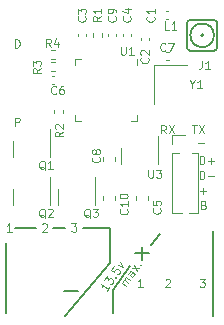
<source format=gbr>
%TF.GenerationSoftware,KiCad,Pcbnew,(6.0.9-0)*%
%TF.CreationDate,2023-01-16T20:49:34+01:00*%
%TF.ProjectId,ray2,72617932-2e6b-4696-9361-645f70636258,rev?*%
%TF.SameCoordinates,Original*%
%TF.FileFunction,Legend,Top*%
%TF.FilePolarity,Positive*%
%FSLAX46Y46*%
G04 Gerber Fmt 4.6, Leading zero omitted, Abs format (unit mm)*
G04 Created by KiCad (PCBNEW (6.0.9-0)) date 2023-01-16 20:49:34*
%MOMM*%
%LPD*%
G01*
G04 APERTURE LIST*
%ADD10C,0.120000*%
%ADD11C,0.150000*%
%ADD12C,0.200000*%
G04 APERTURE END LIST*
D10*
X140481587Y-117505659D02*
X140252156Y-117833320D01*
X140366872Y-117669489D02*
X139793465Y-117267986D01*
X139837142Y-117379954D01*
X139853514Y-117472802D01*
X139842580Y-117546531D01*
X140042015Y-116913020D02*
X140290565Y-116558054D01*
X140375171Y-116902143D01*
X140432528Y-116820228D01*
X140498072Y-116784737D01*
X140544496Y-116776551D01*
X140618226Y-116787485D01*
X140754751Y-116883081D01*
X140790242Y-116948624D01*
X140798428Y-116995048D01*
X140787494Y-117068778D01*
X140672779Y-117232608D01*
X140607236Y-117268099D01*
X140560811Y-117276285D01*
X140981434Y-116675573D02*
X141027858Y-116667388D01*
X141036044Y-116713812D01*
X140989620Y-116721998D01*
X140981434Y-116675573D01*
X141036044Y-116713812D01*
X140845022Y-115766207D02*
X140653830Y-116039258D01*
X140907761Y-116257755D01*
X140899575Y-116211331D01*
X140910509Y-116137601D01*
X141006105Y-116001076D01*
X141071648Y-115965585D01*
X141118073Y-115957399D01*
X141191802Y-115968333D01*
X141328327Y-116063929D01*
X141363818Y-116129472D01*
X141372004Y-116175896D01*
X141361071Y-116249626D01*
X141265475Y-116386151D01*
X141199931Y-116421642D01*
X141153507Y-116429828D01*
X141189111Y-115681601D02*
X141666978Y-115812745D01*
X141380303Y-115408550D01*
X141920990Y-117414843D02*
X141538719Y-117147174D01*
X141593329Y-117185412D02*
X141585143Y-117138988D01*
X141596076Y-117065259D01*
X141653434Y-116983344D01*
X141718977Y-116947853D01*
X141792707Y-116958786D01*
X142093063Y-117169097D01*
X141792707Y-116958786D02*
X141757216Y-116893243D01*
X141768149Y-116819513D01*
X141825507Y-116737598D01*
X141891050Y-116702107D01*
X141964780Y-116713040D01*
X142265136Y-116923352D01*
X142628401Y-116404556D02*
X142328045Y-116194244D01*
X142254315Y-116183311D01*
X142188772Y-116218802D01*
X142112295Y-116328022D01*
X142101362Y-116401751D01*
X142601096Y-116385436D02*
X142590162Y-116459166D01*
X142494566Y-116595691D01*
X142429023Y-116631182D01*
X142355293Y-116620249D01*
X142300683Y-116582010D01*
X142265192Y-116516467D01*
X142276126Y-116442737D01*
X142371722Y-116306212D01*
X142382655Y-116232483D01*
X142781354Y-116186115D02*
X142609395Y-115618090D01*
X142399083Y-115918446D02*
X142991666Y-115885759D01*
X143090009Y-115629080D02*
X143136434Y-115620894D01*
X143144619Y-115667319D01*
X143098195Y-115675505D01*
X143090009Y-115629080D01*
X143144619Y-115667319D01*
X145240000Y-116893333D02*
X145273333Y-116860000D01*
X145340000Y-116826666D01*
X145506666Y-116826666D01*
X145573333Y-116860000D01*
X145606666Y-116893333D01*
X145640000Y-116960000D01*
X145640000Y-117026666D01*
X145606666Y-117126666D01*
X145206666Y-117526666D01*
X145640000Y-117526666D01*
X143300000Y-117526666D02*
X142900000Y-117526666D01*
X143100000Y-117526666D02*
X143100000Y-116826666D01*
X143033333Y-116926666D01*
X142966666Y-116993333D01*
X142900000Y-117026666D01*
X148126666Y-116816666D02*
X148560000Y-116816666D01*
X148326666Y-117083333D01*
X148426666Y-117083333D01*
X148493333Y-117116666D01*
X148526666Y-117150000D01*
X148560000Y-117216666D01*
X148560000Y-117383333D01*
X148526666Y-117450000D01*
X148493333Y-117483333D01*
X148426666Y-117516666D01*
X148226666Y-117516666D01*
X148160000Y-117483333D01*
X148126666Y-117450000D01*
X132506666Y-103876666D02*
X132506666Y-103176666D01*
X132773333Y-103176666D01*
X132840000Y-103210000D01*
X132873333Y-103243333D01*
X132906666Y-103310000D01*
X132906666Y-103410000D01*
X132873333Y-103476666D01*
X132840000Y-103510000D01*
X132773333Y-103543333D01*
X132506666Y-103543333D01*
D11*
X136750000Y-112500000D02*
X135750000Y-112500000D01*
X144000000Y-114000000D02*
X144750000Y-113000000D01*
X149250000Y-112750000D02*
X149250000Y-120000000D01*
X140500000Y-115500000D02*
X140500000Y-112500000D01*
X134250000Y-112500000D02*
X132500000Y-112500000D01*
X140500000Y-112500000D02*
X138250000Y-112500000D01*
X131750000Y-113750000D02*
X131750000Y-119750000D01*
X140750000Y-119750000D02*
X140750000Y-117750000D01*
X140750000Y-117750000D02*
X142250000Y-115750000D01*
X136750000Y-120000000D02*
X140500000Y-115500000D01*
D10*
X148170933Y-109391400D02*
X148704266Y-109391400D01*
X148437600Y-109658066D02*
X148437600Y-109124733D01*
X148133333Y-107118066D02*
X148133333Y-106418066D01*
X148300000Y-106418066D01*
X148400000Y-106451400D01*
X148466666Y-106518066D01*
X148500000Y-106584733D01*
X148533333Y-106718066D01*
X148533333Y-106818066D01*
X148500000Y-106951400D01*
X148466666Y-107018066D01*
X148400000Y-107084733D01*
X148300000Y-107118066D01*
X148133333Y-107118066D01*
X148833333Y-106851400D02*
X149366666Y-106851400D01*
X149100000Y-107118066D02*
X149100000Y-106584733D01*
X145283333Y-104516666D02*
X145050000Y-104183333D01*
X144883333Y-104516666D02*
X144883333Y-103816666D01*
X145150000Y-103816666D01*
X145216666Y-103850000D01*
X145250000Y-103883333D01*
X145283333Y-103950000D01*
X145283333Y-104050000D01*
X145250000Y-104116666D01*
X145216666Y-104150000D01*
X145150000Y-104183333D01*
X144883333Y-104183333D01*
X145516666Y-103816666D02*
X145983333Y-104516666D01*
X145983333Y-103816666D02*
X145516666Y-104516666D01*
X147983333Y-105327400D02*
X148516666Y-105327400D01*
X132506666Y-97236666D02*
X132506666Y-96536666D01*
X132673333Y-96536666D01*
X132773333Y-96570000D01*
X132840000Y-96636666D01*
X132873333Y-96703333D01*
X132906666Y-96836666D01*
X132906666Y-96936666D01*
X132873333Y-97070000D01*
X132840000Y-97136666D01*
X132773333Y-97203333D01*
X132673333Y-97236666D01*
X132506666Y-97236666D01*
D12*
X142684571Y-114661142D02*
X143827428Y-114661142D01*
X143256000Y-115232571D02*
X143256000Y-114089714D01*
D10*
X137266666Y-112116666D02*
X137700000Y-112116666D01*
X137466666Y-112383333D01*
X137566666Y-112383333D01*
X137633333Y-112416666D01*
X137666666Y-112450000D01*
X137700000Y-112516666D01*
X137700000Y-112683333D01*
X137666666Y-112750000D01*
X137633333Y-112783333D01*
X137566666Y-112816666D01*
X137366666Y-112816666D01*
X137300000Y-112783333D01*
X137266666Y-112750000D01*
X132200000Y-112816666D02*
X131800000Y-112816666D01*
X132000000Y-112816666D02*
X132000000Y-112116666D01*
X131933333Y-112216666D01*
X131866666Y-112283333D01*
X131800000Y-112316666D01*
X147466666Y-103816666D02*
X147866666Y-103816666D01*
X147666666Y-104516666D02*
X147666666Y-103816666D01*
X148033333Y-103816666D02*
X148500000Y-104516666D01*
X148500000Y-103816666D02*
X148033333Y-104516666D01*
D12*
X136678571Y-117857142D02*
X137821428Y-117857142D01*
D10*
X134800000Y-112183333D02*
X134833333Y-112150000D01*
X134900000Y-112116666D01*
X135066666Y-112116666D01*
X135133333Y-112150000D01*
X135166666Y-112183333D01*
X135200000Y-112250000D01*
X135200000Y-112316666D01*
X135166666Y-112416666D01*
X134766666Y-112816666D01*
X135200000Y-112816666D01*
X148487600Y-110561400D02*
X148587600Y-110594733D01*
X148620933Y-110628066D01*
X148654266Y-110694733D01*
X148654266Y-110794733D01*
X148620933Y-110861400D01*
X148587600Y-110894733D01*
X148520933Y-110928066D01*
X148254266Y-110928066D01*
X148254266Y-110228066D01*
X148487600Y-110228066D01*
X148554266Y-110261400D01*
X148587600Y-110294733D01*
X148620933Y-110361400D01*
X148620933Y-110428066D01*
X148587600Y-110494733D01*
X148554266Y-110528066D01*
X148487600Y-110561400D01*
X148254266Y-110561400D01*
X148133333Y-108388066D02*
X148133333Y-107688066D01*
X148300000Y-107688066D01*
X148400000Y-107721400D01*
X148466666Y-107788066D01*
X148500000Y-107854733D01*
X148533333Y-107988066D01*
X148533333Y-108088066D01*
X148500000Y-108221400D01*
X148466666Y-108288066D01*
X148400000Y-108354733D01*
X148300000Y-108388066D01*
X148133333Y-108388066D01*
X148833333Y-108121400D02*
X149366666Y-108121400D01*
%TO.C,R4*%
X135543333Y-97206666D02*
X135310000Y-96873333D01*
X135143333Y-97206666D02*
X135143333Y-96506666D01*
X135410000Y-96506666D01*
X135476666Y-96540000D01*
X135510000Y-96573333D01*
X135543333Y-96640000D01*
X135543333Y-96740000D01*
X135510000Y-96806666D01*
X135476666Y-96840000D01*
X135410000Y-96873333D01*
X135143333Y-96873333D01*
X136143333Y-96740000D02*
X136143333Y-97206666D01*
X135976666Y-96473333D02*
X135810000Y-96973333D01*
X136243333Y-96973333D01*
%TO.C,C10*%
X141982000Y-110940000D02*
X142015333Y-110973333D01*
X142048666Y-111073333D01*
X142048666Y-111140000D01*
X142015333Y-111240000D01*
X141948666Y-111306666D01*
X141882000Y-111340000D01*
X141748666Y-111373333D01*
X141648666Y-111373333D01*
X141515333Y-111340000D01*
X141448666Y-111306666D01*
X141382000Y-111240000D01*
X141348666Y-111140000D01*
X141348666Y-111073333D01*
X141382000Y-110973333D01*
X141415333Y-110940000D01*
X142048666Y-110273333D02*
X142048666Y-110673333D01*
X142048666Y-110473333D02*
X141348666Y-110473333D01*
X141448666Y-110540000D01*
X141515333Y-110606666D01*
X141548666Y-110673333D01*
X141348666Y-109840000D02*
X141348666Y-109773333D01*
X141382000Y-109706666D01*
X141415333Y-109673333D01*
X141482000Y-109640000D01*
X141615333Y-109606666D01*
X141782000Y-109606666D01*
X141915333Y-109640000D01*
X141982000Y-109673333D01*
X142015333Y-109706666D01*
X142048666Y-109773333D01*
X142048666Y-109840000D01*
X142015333Y-109906666D01*
X141982000Y-109940000D01*
X141915333Y-109973333D01*
X141782000Y-110006666D01*
X141615333Y-110006666D01*
X141482000Y-109973333D01*
X141415333Y-109940000D01*
X141382000Y-109906666D01*
X141348666Y-109840000D01*
%TO.C,C2*%
X143750000Y-98116666D02*
X143783333Y-98150000D01*
X143816666Y-98250000D01*
X143816666Y-98316666D01*
X143783333Y-98416666D01*
X143716666Y-98483333D01*
X143650000Y-98516666D01*
X143516666Y-98550000D01*
X143416666Y-98550000D01*
X143283333Y-98516666D01*
X143216666Y-98483333D01*
X143150000Y-98416666D01*
X143116666Y-98316666D01*
X143116666Y-98250000D01*
X143150000Y-98150000D01*
X143183333Y-98116666D01*
X143183333Y-97850000D02*
X143150000Y-97816666D01*
X143116666Y-97750000D01*
X143116666Y-97583333D01*
X143150000Y-97516666D01*
X143183333Y-97483333D01*
X143250000Y-97450000D01*
X143316666Y-97450000D01*
X143416666Y-97483333D01*
X143816666Y-97883333D01*
X143816666Y-97450000D01*
%TO.C,C7*%
X145213333Y-97470000D02*
X145180000Y-97503333D01*
X145080000Y-97536666D01*
X145013333Y-97536666D01*
X144913333Y-97503333D01*
X144846666Y-97436666D01*
X144813333Y-97370000D01*
X144780000Y-97236666D01*
X144780000Y-97136666D01*
X144813333Y-97003333D01*
X144846666Y-96936666D01*
X144913333Y-96870000D01*
X145013333Y-96836666D01*
X145080000Y-96836666D01*
X145180000Y-96870000D01*
X145213333Y-96903333D01*
X145446666Y-96836666D02*
X145913333Y-96836666D01*
X145613333Y-97536666D01*
%TO.C,C1*%
X144250000Y-94616666D02*
X144283333Y-94650000D01*
X144316666Y-94750000D01*
X144316666Y-94816666D01*
X144283333Y-94916666D01*
X144216666Y-94983333D01*
X144150000Y-95016666D01*
X144016666Y-95050000D01*
X143916666Y-95050000D01*
X143783333Y-95016666D01*
X143716666Y-94983333D01*
X143650000Y-94916666D01*
X143616666Y-94816666D01*
X143616666Y-94750000D01*
X143650000Y-94650000D01*
X143683333Y-94616666D01*
X144316666Y-93950000D02*
X144316666Y-94350000D01*
X144316666Y-94150000D02*
X143616666Y-94150000D01*
X143716666Y-94216666D01*
X143783333Y-94283333D01*
X143816666Y-94350000D01*
%TO.C,Q1*%
X135061333Y-107571333D02*
X134994666Y-107538000D01*
X134928000Y-107471333D01*
X134828000Y-107371333D01*
X134761333Y-107338000D01*
X134694666Y-107338000D01*
X134728000Y-107504666D02*
X134661333Y-107471333D01*
X134594666Y-107404666D01*
X134561333Y-107271333D01*
X134561333Y-107038000D01*
X134594666Y-106904666D01*
X134661333Y-106838000D01*
X134728000Y-106804666D01*
X134861333Y-106804666D01*
X134928000Y-106838000D01*
X134994666Y-106904666D01*
X135028000Y-107038000D01*
X135028000Y-107271333D01*
X134994666Y-107404666D01*
X134928000Y-107471333D01*
X134861333Y-107504666D01*
X134728000Y-107504666D01*
X135694666Y-107504666D02*
X135294666Y-107504666D01*
X135494666Y-107504666D02*
X135494666Y-106804666D01*
X135428000Y-106904666D01*
X135361333Y-106971333D01*
X135294666Y-107004666D01*
%TO.C,J1*%
X148296666Y-98376666D02*
X148296666Y-98876666D01*
X148263333Y-98976666D01*
X148196666Y-99043333D01*
X148096666Y-99076666D01*
X148030000Y-99076666D01*
X148996666Y-99076666D02*
X148596666Y-99076666D01*
X148796666Y-99076666D02*
X148796666Y-98376666D01*
X148730000Y-98476666D01*
X148663333Y-98543333D01*
X148596666Y-98576666D01*
%TO.C,Y1*%
X147510266Y-100364133D02*
X147510266Y-100697466D01*
X147276933Y-99997466D02*
X147510266Y-100364133D01*
X147743600Y-99997466D01*
X148343600Y-100697466D02*
X147943600Y-100697466D01*
X148143600Y-100697466D02*
X148143600Y-99997466D01*
X148076933Y-100097466D01*
X148010266Y-100164133D01*
X147943600Y-100197466D01*
%TO.C,R2*%
X136566666Y-104366666D02*
X136233333Y-104600000D01*
X136566666Y-104766666D02*
X135866666Y-104766666D01*
X135866666Y-104500000D01*
X135900000Y-104433333D01*
X135933333Y-104400000D01*
X136000000Y-104366666D01*
X136100000Y-104366666D01*
X136166666Y-104400000D01*
X136200000Y-104433333D01*
X136233333Y-104500000D01*
X136233333Y-104766666D01*
X135933333Y-104100000D02*
X135900000Y-104066666D01*
X135866666Y-104000000D01*
X135866666Y-103833333D01*
X135900000Y-103766666D01*
X135933333Y-103733333D01*
X136000000Y-103700000D01*
X136066666Y-103700000D01*
X136166666Y-103733333D01*
X136566666Y-104133333D01*
X136566666Y-103700000D01*
%TO.C,C3*%
X138426000Y-94604666D02*
X138459333Y-94638000D01*
X138492666Y-94738000D01*
X138492666Y-94804666D01*
X138459333Y-94904666D01*
X138392666Y-94971333D01*
X138326000Y-95004666D01*
X138192666Y-95038000D01*
X138092666Y-95038000D01*
X137959333Y-95004666D01*
X137892666Y-94971333D01*
X137826000Y-94904666D01*
X137792666Y-94804666D01*
X137792666Y-94738000D01*
X137826000Y-94638000D01*
X137859333Y-94604666D01*
X137792666Y-94371333D02*
X137792666Y-93938000D01*
X138059333Y-94171333D01*
X138059333Y-94071333D01*
X138092666Y-94004666D01*
X138126000Y-93971333D01*
X138192666Y-93938000D01*
X138359333Y-93938000D01*
X138426000Y-93971333D01*
X138459333Y-94004666D01*
X138492666Y-94071333D01*
X138492666Y-94271333D01*
X138459333Y-94338000D01*
X138426000Y-94371333D01*
%TO.C,U1*%
X141452666Y-97152666D02*
X141452666Y-97719333D01*
X141486000Y-97786000D01*
X141519333Y-97819333D01*
X141586000Y-97852666D01*
X141719333Y-97852666D01*
X141786000Y-97819333D01*
X141819333Y-97786000D01*
X141852666Y-97719333D01*
X141852666Y-97152666D01*
X142552666Y-97852666D02*
X142152666Y-97852666D01*
X142352666Y-97852666D02*
X142352666Y-97152666D01*
X142286000Y-97252666D01*
X142219333Y-97319333D01*
X142152666Y-97352666D01*
%TO.C,C5*%
X144776000Y-110860666D02*
X144809333Y-110894000D01*
X144842666Y-110994000D01*
X144842666Y-111060666D01*
X144809333Y-111160666D01*
X144742666Y-111227333D01*
X144676000Y-111260666D01*
X144542666Y-111294000D01*
X144442666Y-111294000D01*
X144309333Y-111260666D01*
X144242666Y-111227333D01*
X144176000Y-111160666D01*
X144142666Y-111060666D01*
X144142666Y-110994000D01*
X144176000Y-110894000D01*
X144209333Y-110860666D01*
X144142666Y-110227333D02*
X144142666Y-110560666D01*
X144476000Y-110594000D01*
X144442666Y-110560666D01*
X144409333Y-110494000D01*
X144409333Y-110327333D01*
X144442666Y-110260666D01*
X144476000Y-110227333D01*
X144542666Y-110194000D01*
X144709333Y-110194000D01*
X144776000Y-110227333D01*
X144809333Y-110260666D01*
X144842666Y-110327333D01*
X144842666Y-110494000D01*
X144809333Y-110560666D01*
X144776000Y-110594000D01*
%TO.C,R3*%
X134676666Y-99006666D02*
X134343333Y-99240000D01*
X134676666Y-99406666D02*
X133976666Y-99406666D01*
X133976666Y-99140000D01*
X134010000Y-99073333D01*
X134043333Y-99040000D01*
X134110000Y-99006666D01*
X134210000Y-99006666D01*
X134276666Y-99040000D01*
X134310000Y-99073333D01*
X134343333Y-99140000D01*
X134343333Y-99406666D01*
X133976666Y-98773333D02*
X133976666Y-98340000D01*
X134243333Y-98573333D01*
X134243333Y-98473333D01*
X134276666Y-98406666D01*
X134310000Y-98373333D01*
X134376666Y-98340000D01*
X134543333Y-98340000D01*
X134610000Y-98373333D01*
X134643333Y-98406666D01*
X134676666Y-98473333D01*
X134676666Y-98673333D01*
X134643333Y-98740000D01*
X134610000Y-98773333D01*
%TO.C,Q2*%
X135061333Y-111635333D02*
X134994666Y-111602000D01*
X134928000Y-111535333D01*
X134828000Y-111435333D01*
X134761333Y-111402000D01*
X134694666Y-111402000D01*
X134728000Y-111568666D02*
X134661333Y-111535333D01*
X134594666Y-111468666D01*
X134561333Y-111335333D01*
X134561333Y-111102000D01*
X134594666Y-110968666D01*
X134661333Y-110902000D01*
X134728000Y-110868666D01*
X134861333Y-110868666D01*
X134928000Y-110902000D01*
X134994666Y-110968666D01*
X135028000Y-111102000D01*
X135028000Y-111335333D01*
X134994666Y-111468666D01*
X134928000Y-111535333D01*
X134861333Y-111568666D01*
X134728000Y-111568666D01*
X135294666Y-110935333D02*
X135328000Y-110902000D01*
X135394666Y-110868666D01*
X135561333Y-110868666D01*
X135628000Y-110902000D01*
X135661333Y-110935333D01*
X135694666Y-111002000D01*
X135694666Y-111068666D01*
X135661333Y-111168666D01*
X135261333Y-111568666D01*
X135694666Y-111568666D01*
%TO.C,C4*%
X142236000Y-94604666D02*
X142269333Y-94638000D01*
X142302666Y-94738000D01*
X142302666Y-94804666D01*
X142269333Y-94904666D01*
X142202666Y-94971333D01*
X142136000Y-95004666D01*
X142002666Y-95038000D01*
X141902666Y-95038000D01*
X141769333Y-95004666D01*
X141702666Y-94971333D01*
X141636000Y-94904666D01*
X141602666Y-94804666D01*
X141602666Y-94738000D01*
X141636000Y-94638000D01*
X141669333Y-94604666D01*
X141836000Y-94004666D02*
X142302666Y-94004666D01*
X141569333Y-94171333D02*
X142069333Y-94338000D01*
X142069333Y-93904666D01*
%TO.C,L1*%
X145563333Y-95716666D02*
X145230000Y-95716666D01*
X145230000Y-95016666D01*
X146163333Y-95716666D02*
X145763333Y-95716666D01*
X145963333Y-95716666D02*
X145963333Y-95016666D01*
X145896666Y-95116666D01*
X145830000Y-95183333D01*
X145763333Y-95216666D01*
%TO.C,R1*%
X139762666Y-94604666D02*
X139429333Y-94838000D01*
X139762666Y-95004666D02*
X139062666Y-95004666D01*
X139062666Y-94738000D01*
X139096000Y-94671333D01*
X139129333Y-94638000D01*
X139196000Y-94604666D01*
X139296000Y-94604666D01*
X139362666Y-94638000D01*
X139396000Y-94671333D01*
X139429333Y-94738000D01*
X139429333Y-95004666D01*
X139762666Y-93938000D02*
X139762666Y-94338000D01*
X139762666Y-94138000D02*
X139062666Y-94138000D01*
X139162666Y-94204666D01*
X139229333Y-94271333D01*
X139262666Y-94338000D01*
%TO.C,C6*%
X135983333Y-101130000D02*
X135950000Y-101163333D01*
X135850000Y-101196666D01*
X135783333Y-101196666D01*
X135683333Y-101163333D01*
X135616666Y-101096666D01*
X135583333Y-101030000D01*
X135550000Y-100896666D01*
X135550000Y-100796666D01*
X135583333Y-100663333D01*
X135616666Y-100596666D01*
X135683333Y-100530000D01*
X135783333Y-100496666D01*
X135850000Y-100496666D01*
X135950000Y-100530000D01*
X135983333Y-100563333D01*
X136583333Y-100496666D02*
X136450000Y-100496666D01*
X136383333Y-100530000D01*
X136350000Y-100563333D01*
X136283333Y-100663333D01*
X136250000Y-100796666D01*
X136250000Y-101063333D01*
X136283333Y-101130000D01*
X136316666Y-101163333D01*
X136383333Y-101196666D01*
X136516666Y-101196666D01*
X136583333Y-101163333D01*
X136616666Y-101130000D01*
X136650000Y-101063333D01*
X136650000Y-100896666D01*
X136616666Y-100830000D01*
X136583333Y-100796666D01*
X136516666Y-100763333D01*
X136383333Y-100763333D01*
X136316666Y-100796666D01*
X136283333Y-100830000D01*
X136250000Y-100896666D01*
%TO.C,C8*%
X139645200Y-106517266D02*
X139678533Y-106550600D01*
X139711866Y-106650600D01*
X139711866Y-106717266D01*
X139678533Y-106817266D01*
X139611866Y-106883933D01*
X139545200Y-106917266D01*
X139411866Y-106950600D01*
X139311866Y-106950600D01*
X139178533Y-106917266D01*
X139111866Y-106883933D01*
X139045200Y-106817266D01*
X139011866Y-106717266D01*
X139011866Y-106650600D01*
X139045200Y-106550600D01*
X139078533Y-106517266D01*
X139311866Y-106117266D02*
X139278533Y-106183933D01*
X139245200Y-106217266D01*
X139178533Y-106250600D01*
X139145200Y-106250600D01*
X139078533Y-106217266D01*
X139045200Y-106183933D01*
X139011866Y-106117266D01*
X139011866Y-105983933D01*
X139045200Y-105917266D01*
X139078533Y-105883933D01*
X139145200Y-105850600D01*
X139178533Y-105850600D01*
X139245200Y-105883933D01*
X139278533Y-105917266D01*
X139311866Y-105983933D01*
X139311866Y-106117266D01*
X139345200Y-106183933D01*
X139378533Y-106217266D01*
X139445200Y-106250600D01*
X139578533Y-106250600D01*
X139645200Y-106217266D01*
X139678533Y-106183933D01*
X139711866Y-106117266D01*
X139711866Y-105983933D01*
X139678533Y-105917266D01*
X139645200Y-105883933D01*
X139578533Y-105850600D01*
X139445200Y-105850600D01*
X139378533Y-105883933D01*
X139345200Y-105917266D01*
X139311866Y-105983933D01*
%TO.C,U3*%
X143789466Y-107566666D02*
X143789466Y-108133333D01*
X143822800Y-108200000D01*
X143856133Y-108233333D01*
X143922800Y-108266666D01*
X144056133Y-108266666D01*
X144122800Y-108233333D01*
X144156133Y-108200000D01*
X144189466Y-108133333D01*
X144189466Y-107566666D01*
X144456133Y-107566666D02*
X144889466Y-107566666D01*
X144656133Y-107833333D01*
X144756133Y-107833333D01*
X144822800Y-107866666D01*
X144856133Y-107900000D01*
X144889466Y-107966666D01*
X144889466Y-108133333D01*
X144856133Y-108200000D01*
X144822800Y-108233333D01*
X144756133Y-108266666D01*
X144556133Y-108266666D01*
X144489466Y-108233333D01*
X144456133Y-108200000D01*
%TO.C,Q3*%
X138871333Y-111635333D02*
X138804666Y-111602000D01*
X138738000Y-111535333D01*
X138638000Y-111435333D01*
X138571333Y-111402000D01*
X138504666Y-111402000D01*
X138538000Y-111568666D02*
X138471333Y-111535333D01*
X138404666Y-111468666D01*
X138371333Y-111335333D01*
X138371333Y-111102000D01*
X138404666Y-110968666D01*
X138471333Y-110902000D01*
X138538000Y-110868666D01*
X138671333Y-110868666D01*
X138738000Y-110902000D01*
X138804666Y-110968666D01*
X138838000Y-111102000D01*
X138838000Y-111335333D01*
X138804666Y-111468666D01*
X138738000Y-111535333D01*
X138671333Y-111568666D01*
X138538000Y-111568666D01*
X139071333Y-110868666D02*
X139504666Y-110868666D01*
X139271333Y-111135333D01*
X139371333Y-111135333D01*
X139438000Y-111168666D01*
X139471333Y-111202000D01*
X139504666Y-111268666D01*
X139504666Y-111435333D01*
X139471333Y-111502000D01*
X139438000Y-111535333D01*
X139371333Y-111568666D01*
X139171333Y-111568666D01*
X139104666Y-111535333D01*
X139071333Y-111502000D01*
%TO.C,C9*%
X140976000Y-94604666D02*
X141009333Y-94638000D01*
X141042666Y-94738000D01*
X141042666Y-94804666D01*
X141009333Y-94904666D01*
X140942666Y-94971333D01*
X140876000Y-95004666D01*
X140742666Y-95038000D01*
X140642666Y-95038000D01*
X140509333Y-95004666D01*
X140442666Y-94971333D01*
X140376000Y-94904666D01*
X140342666Y-94804666D01*
X140342666Y-94738000D01*
X140376000Y-94638000D01*
X140409333Y-94604666D01*
X141042666Y-94271333D02*
X141042666Y-94138000D01*
X141009333Y-94071333D01*
X140976000Y-94038000D01*
X140876000Y-93971333D01*
X140742666Y-93938000D01*
X140476000Y-93938000D01*
X140409333Y-93971333D01*
X140376000Y-94004666D01*
X140342666Y-94071333D01*
X140342666Y-94204666D01*
X140376000Y-94271333D01*
X140409333Y-94304666D01*
X140476000Y-94338000D01*
X140642666Y-94338000D01*
X140709333Y-94304666D01*
X140742666Y-94271333D01*
X140776000Y-94204666D01*
X140776000Y-94071333D01*
X140742666Y-94004666D01*
X140709333Y-93971333D01*
X140642666Y-93938000D01*
%TO.C,R4*%
X135546359Y-97420000D02*
X135853641Y-97420000D01*
X135546359Y-98180000D02*
X135853641Y-98180000D01*
%TO.C,C10*%
X140972000Y-109841420D02*
X140972000Y-110122580D01*
X139952000Y-109841420D02*
X139952000Y-110122580D01*
%TO.C,C2*%
X143150000Y-96627836D02*
X143150000Y-96412164D01*
X143870000Y-96627836D02*
X143870000Y-96412164D01*
%TO.C,C7*%
X145281764Y-97582400D02*
X145497436Y-97582400D01*
X145281764Y-98302400D02*
X145497436Y-98302400D01*
%TO.C,C1*%
X145242164Y-94128000D02*
X145457836Y-94128000D01*
X145242164Y-94848000D02*
X145457836Y-94848000D01*
%TO.C,Q1*%
X135418000Y-105832000D02*
X135418000Y-104157000D01*
X132298000Y-105832000D02*
X132298000Y-105182000D01*
X135418000Y-105832000D02*
X135418000Y-106482000D01*
X132298000Y-105832000D02*
X132298000Y-106482000D01*
D11*
%TO.C,J1*%
X149637500Y-95200000D02*
X149637500Y-97200000D01*
X149337500Y-97500000D02*
X147337500Y-97500000D01*
X147037500Y-97200000D02*
X147037500Y-95200000D01*
X147337500Y-94900000D02*
X149337500Y-94900000D01*
X147337500Y-94900000D02*
G75*
G03*
X147037500Y-95200000I0J-300000D01*
G01*
X149637500Y-95200000D02*
G75*
G03*
X149337500Y-94900000I-300000J0D01*
G01*
X149337500Y-97500000D02*
G75*
G03*
X149637500Y-97200000I0J300000D01*
G01*
X147037500Y-97200000D02*
G75*
G03*
X147337500Y-97500000I300000J0D01*
G01*
X149337500Y-96200000D02*
G75*
G03*
X149337500Y-96200000I-1000000J0D01*
G01*
X148437500Y-96200000D02*
G75*
G03*
X148437500Y-96200000I-100000J0D01*
G01*
D10*
%TO.C,PG1*%
X148023600Y-106195400D02*
X148023600Y-111210400D01*
X145803600Y-104675400D02*
X146913600Y-104675400D01*
X145803600Y-105435400D02*
X145803600Y-104675400D01*
X145803600Y-111210400D02*
X146606070Y-111210400D01*
X147477071Y-106195400D02*
X148023600Y-106195400D01*
X145803600Y-106195400D02*
X146350129Y-106195400D01*
X145803600Y-106195400D02*
X145803600Y-111210400D01*
X147221130Y-111210400D02*
X148023600Y-111210400D01*
%TO.C,Y1*%
X144243600Y-98730800D02*
X144243600Y-102030800D01*
X147043600Y-98730800D02*
X144243600Y-98730800D01*
%TO.C,R2*%
X136549400Y-102820441D02*
X136549400Y-102513159D01*
X135789400Y-102820441D02*
X135789400Y-102513159D01*
%TO.C,C3*%
X137816000Y-96287836D02*
X137816000Y-96072164D01*
X138536000Y-96287836D02*
X138536000Y-96072164D01*
%TO.C,U1*%
X142818000Y-103448000D02*
X142343000Y-103448000D01*
X137598000Y-98703000D02*
X137598000Y-98228000D01*
X142818000Y-98703000D02*
X142818000Y-98228000D01*
X142818000Y-102973000D02*
X142818000Y-103448000D01*
X137598000Y-98228000D02*
X138073000Y-98228000D01*
X137598000Y-103448000D02*
X138073000Y-103448000D01*
X137598000Y-102973000D02*
X137598000Y-103448000D01*
%TO.C,C5*%
X142746000Y-109841420D02*
X142746000Y-110122580D01*
X143766000Y-109841420D02*
X143766000Y-110122580D01*
%TO.C,R3*%
X135566359Y-98480000D02*
X135873641Y-98480000D01*
X135566359Y-99240000D02*
X135873641Y-99240000D01*
%TO.C,Q2*%
X135418000Y-109896000D02*
X135418000Y-110546000D01*
X132298000Y-109896000D02*
X132298000Y-109246000D01*
X132298000Y-109896000D02*
X132298000Y-110546000D01*
X135418000Y-109896000D02*
X135418000Y-108221000D01*
%TO.C,C4*%
X141626000Y-96287836D02*
X141626000Y-96072164D01*
X142346000Y-96287836D02*
X142346000Y-96072164D01*
%TO.C,R1*%
X139066000Y-96026359D02*
X139066000Y-96333641D01*
X139826000Y-96026359D02*
X139826000Y-96333641D01*
%TO.C,C6*%
X135820036Y-99614400D02*
X135604364Y-99614400D01*
X135820036Y-100334400D02*
X135604364Y-100334400D01*
%TO.C,C8*%
X140972000Y-106539420D02*
X140972000Y-106820580D01*
X139952000Y-106539420D02*
X139952000Y-106820580D01*
%TO.C,U3*%
X141492800Y-106426000D02*
X141492800Y-107076000D01*
X141492800Y-106426000D02*
X141492800Y-105776000D01*
X144612800Y-106426000D02*
X144612800Y-107076000D01*
X144612800Y-106426000D02*
X144612800Y-104751000D01*
%TO.C,Q3*%
X136108000Y-109896000D02*
X136108000Y-110546000D01*
X139228000Y-109896000D02*
X139228000Y-110546000D01*
X139228000Y-109896000D02*
X139228000Y-108221000D01*
X136108000Y-109896000D02*
X136108000Y-109246000D01*
%TO.C,C9*%
X140356000Y-96287836D02*
X140356000Y-96072164D01*
X141076000Y-96287836D02*
X141076000Y-96072164D01*
%TD*%
M02*

</source>
